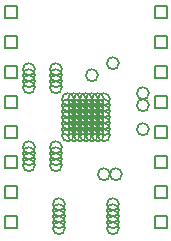
<source format=gbr>
%TF.GenerationSoftware,Altium Limited,Altium Designer,20.1.11 (218)*%
G04 Layer_Color=2752767*
%FSLAX45Y45*%
%MOMM*%
%TF.SameCoordinates,8684D80F-3192-4470-AB3D-773AF577FA96*%
%TF.FilePolarity,Positive*%
%TF.FileFunction,Drawing*%
%TF.Part,Single*%
G01*
G75*
%TA.AperFunction,NonConductor*%
%ADD43C,0.12700*%
%ADD44C,0.16933*%
D43*
X76200Y76200D02*
Y177800D01*
X177800D01*
Y76200D01*
X76200D01*
Y330200D02*
Y431800D01*
X177800D01*
Y330200D01*
X76200D01*
Y838200D02*
Y939800D01*
X177800D01*
Y838200D01*
X76200D01*
Y1346200D02*
Y1447800D01*
X177800D01*
Y1346200D01*
X76200D01*
Y1854200D02*
Y1955800D01*
X177800D01*
Y1854200D01*
X76200D01*
Y1600200D02*
Y1701800D01*
X177800D01*
Y1600200D01*
X76200D01*
Y1092200D02*
Y1193800D01*
X177800D01*
Y1092200D01*
X76200D01*
Y584200D02*
Y685800D01*
X177800D01*
Y584200D01*
X76200D01*
X1346200Y76200D02*
Y177800D01*
X1447800D01*
Y76200D01*
X1346200D01*
Y330200D02*
Y431800D01*
X1447800D01*
Y330200D01*
X1346200D01*
Y838200D02*
Y939800D01*
X1447800D01*
Y838200D01*
X1346200D01*
Y1346200D02*
Y1447800D01*
X1447800D01*
Y1346200D01*
X1346200D01*
Y1854200D02*
Y1955800D01*
X1447800D01*
Y1854200D01*
X1346200D01*
Y1600200D02*
Y1701800D01*
X1447800D01*
Y1600200D01*
X1346200D01*
Y1092200D02*
Y1193800D01*
X1447800D01*
Y1092200D01*
X1346200D01*
Y584200D02*
Y685800D01*
X1447800D01*
Y584200D01*
X1346200D01*
D44*
X1295400Y914400D02*
G03*
X1295400Y914400I-50800J0D01*
G01*
X558800Y1422400D02*
G03*
X558800Y1422400I-50800J0D01*
G01*
Y1371600D02*
G03*
X558800Y1371600I-50800J0D01*
G01*
Y1320800D02*
G03*
X558800Y1320800I-50800J0D01*
G01*
Y1270000D02*
G03*
X558800Y1270000I-50800J0D01*
G01*
X330200Y1422400D02*
G03*
X330200Y1422400I-50800J0D01*
G01*
Y1371600D02*
G03*
X330200Y1371600I-50800J0D01*
G01*
Y1320800D02*
G03*
X330200Y1320800I-50800J0D01*
G01*
Y1270000D02*
G03*
X330200Y1270000I-50800J0D01*
G01*
X660400Y1117600D02*
G03*
X660400Y1117600I-50800J0D01*
G01*
Y1066800D02*
G03*
X660400Y1066800I-50800J0D01*
G01*
Y1168400D02*
G03*
X660400Y1168400I-50800J0D01*
G01*
X863600Y1371600D02*
G03*
X863600Y1371600I-50800J0D01*
G01*
X1066800Y533400D02*
G03*
X1066800Y533400I-50800J0D01*
G01*
X965200D02*
G03*
X965200Y533400I-50800J0D01*
G01*
X1041400Y228600D02*
G03*
X1041400Y228600I-50800J0D01*
G01*
Y127000D02*
G03*
X1041400Y127000I-50800J0D01*
G01*
Y177800D02*
G03*
X1041400Y177800I-50800J0D01*
G01*
Y279400D02*
G03*
X1041400Y279400I-50800J0D01*
G01*
X558800Y609600D02*
G03*
X558800Y609600I-50800J0D01*
G01*
X1295400Y1219200D02*
G03*
X1295400Y1219200I-50800J0D01*
G01*
Y1117600D02*
G03*
X1295400Y1117600I-50800J0D01*
G01*
X1041400Y1473200D02*
G03*
X1041400Y1473200I-50800J0D01*
G01*
Y76200D02*
G03*
X1041400Y76200I-50800J0D01*
G01*
X584200D02*
G03*
X584200Y76200I-50800J0D01*
G01*
Y279400D02*
G03*
X584200Y279400I-50800J0D01*
G01*
Y127000D02*
G03*
X584200Y127000I-50800J0D01*
G01*
Y177800D02*
G03*
X584200Y177800I-50800J0D01*
G01*
Y228600D02*
G03*
X584200Y228600I-50800J0D01*
G01*
X558800Y762000D02*
G03*
X558800Y762000I-50800J0D01*
G01*
Y711200D02*
G03*
X558800Y711200I-50800J0D01*
G01*
Y660400D02*
G03*
X558800Y660400I-50800J0D01*
G01*
X330200Y609600D02*
G03*
X330200Y609600I-50800J0D01*
G01*
Y660400D02*
G03*
X330200Y660400I-50800J0D01*
G01*
Y711200D02*
G03*
X330200Y711200I-50800J0D01*
G01*
Y762000D02*
G03*
X330200Y762000I-50800J0D01*
G01*
X711200Y965200D02*
G03*
X711200Y965200I-50800J0D01*
G01*
X762000D02*
G03*
X762000Y965200I-50800J0D01*
G01*
X812800D02*
G03*
X812800Y965200I-50800J0D01*
G01*
Y1016000D02*
G03*
X812800Y1016000I-50800J0D01*
G01*
X762000D02*
G03*
X762000Y1016000I-50800J0D01*
G01*
X711200D02*
G03*
X711200Y1016000I-50800J0D01*
G01*
Y1066800D02*
G03*
X711200Y1066800I-50800J0D01*
G01*
X762000D02*
G03*
X762000Y1066800I-50800J0D01*
G01*
X812800D02*
G03*
X812800Y1066800I-50800J0D01*
G01*
X863600D02*
G03*
X863600Y1066800I-50800J0D01*
G01*
Y1016000D02*
G03*
X863600Y1016000I-50800J0D01*
G01*
Y965200D02*
G03*
X863600Y965200I-50800J0D01*
G01*
Y914400D02*
G03*
X863600Y914400I-50800J0D01*
G01*
X812800D02*
G03*
X812800Y914400I-50800J0D01*
G01*
X762000D02*
G03*
X762000Y914400I-50800J0D01*
G01*
X711200D02*
G03*
X711200Y914400I-50800J0D01*
G01*
X660400D02*
G03*
X660400Y914400I-50800J0D01*
G01*
Y965200D02*
G03*
X660400Y965200I-50800J0D01*
G01*
Y1016000D02*
G03*
X660400Y1016000I-50800J0D01*
G01*
X914400Y1066800D02*
G03*
X914400Y1066800I-50800J0D01*
G01*
Y1016000D02*
G03*
X914400Y1016000I-50800J0D01*
G01*
Y965200D02*
G03*
X914400Y965200I-50800J0D01*
G01*
Y914400D02*
G03*
X914400Y914400I-50800J0D01*
G01*
Y863600D02*
G03*
X914400Y863600I-50800J0D01*
G01*
X863600D02*
G03*
X863600Y863600I-50800J0D01*
G01*
X812800D02*
G03*
X812800Y863600I-50800J0D01*
G01*
X762000D02*
G03*
X762000Y863600I-50800J0D01*
G01*
X711200D02*
G03*
X711200Y863600I-50800J0D01*
G01*
X660400D02*
G03*
X660400Y863600I-50800J0D01*
G01*
X965200D02*
G03*
X965200Y863600I-50800J0D01*
G01*
Y914400D02*
G03*
X965200Y914400I-50800J0D01*
G01*
Y965200D02*
G03*
X965200Y965200I-50800J0D01*
G01*
Y1016000D02*
G03*
X965200Y1016000I-50800J0D01*
G01*
Y1066800D02*
G03*
X965200Y1066800I-50800J0D01*
G01*
Y1117600D02*
G03*
X965200Y1117600I-50800J0D01*
G01*
X914400D02*
G03*
X914400Y1117600I-50800J0D01*
G01*
X863600D02*
G03*
X863600Y1117600I-50800J0D01*
G01*
X812800D02*
G03*
X812800Y1117600I-50800J0D01*
G01*
X762000D02*
G03*
X762000Y1117600I-50800J0D01*
G01*
X711200D02*
G03*
X711200Y1117600I-50800J0D01*
G01*
X965200Y1168400D02*
G03*
X965200Y1168400I-50800J0D01*
G01*
X914400D02*
G03*
X914400Y1168400I-50800J0D01*
G01*
X863600D02*
G03*
X863600Y1168400I-50800J0D01*
G01*
X812800D02*
G03*
X812800Y1168400I-50800J0D01*
G01*
X762000D02*
G03*
X762000Y1168400I-50800J0D01*
G01*
X711200D02*
G03*
X711200Y1168400I-50800J0D01*
G01*
%TF.MD5,7c9e6e5463f5168e3fc370b687818ef2*%
M02*

</source>
